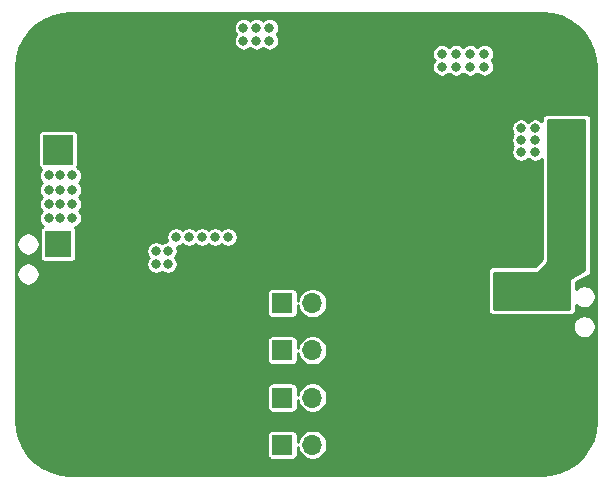
<source format=gbl>
G04 #@! TF.GenerationSoftware,KiCad,Pcbnew,(5.1.9)-1*
G04 #@! TF.CreationDate,2021-04-25T19:06:47+03:00*
G04 #@! TF.ProjectId,TPS5430_Board_Rev_1.0,54505335-3433-4305-9f42-6f6172645f52,rev?*
G04 #@! TF.SameCoordinates,Original*
G04 #@! TF.FileFunction,Copper,L2,Bot*
G04 #@! TF.FilePolarity,Positive*
%FSLAX46Y46*%
G04 Gerber Fmt 4.6, Leading zero omitted, Abs format (unit mm)*
G04 Created by KiCad (PCBNEW (5.1.9)-1) date 2021-04-25 19:06:47*
%MOMM*%
%LPD*%
G01*
G04 APERTURE LIST*
G04 #@! TA.AperFunction,ComponentPad*
%ADD10C,0.600000*%
G04 #@! TD*
G04 #@! TA.AperFunction,SMDPad,CuDef*
%ADD11R,2.950000X4.500000*%
G04 #@! TD*
G04 #@! TA.AperFunction,ComponentPad*
%ADD12R,2.500000X2.500000*%
G04 #@! TD*
G04 #@! TA.AperFunction,ComponentPad*
%ADD13O,1.700000X1.700000*%
G04 #@! TD*
G04 #@! TA.AperFunction,ComponentPad*
%ADD14R,1.700000X1.700000*%
G04 #@! TD*
G04 #@! TA.AperFunction,ComponentPad*
%ADD15C,2.200000*%
G04 #@! TD*
G04 #@! TA.AperFunction,ComponentPad*
%ADD16R,2.200000X2.200000*%
G04 #@! TD*
G04 #@! TA.AperFunction,ComponentPad*
%ADD17C,0.800000*%
G04 #@! TD*
G04 #@! TA.AperFunction,ComponentPad*
%ADD18C,6.400000*%
G04 #@! TD*
G04 #@! TA.AperFunction,ViaPad*
%ADD19C,0.800000*%
G04 #@! TD*
G04 #@! TA.AperFunction,Conductor*
%ADD20C,0.254000*%
G04 #@! TD*
G04 #@! TA.AperFunction,Conductor*
%ADD21C,0.100000*%
G04 #@! TD*
G04 APERTURE END LIST*
D10*
X91900000Y-119435000D03*
X91900000Y-118335000D03*
X90700000Y-118335000D03*
X90700000Y-119435000D03*
X91900000Y-115835000D03*
X91900000Y-117035000D03*
X90700000Y-117035000D03*
X90700000Y-115835000D03*
D11*
X91300000Y-117635000D03*
D12*
X64000000Y-112000000D03*
X71000000Y-135000000D03*
X98000000Y-135000000D03*
X107000000Y-111000000D03*
D13*
X85540000Y-137000000D03*
D14*
X83000000Y-137000000D03*
D13*
X85540000Y-133000000D03*
D14*
X83000000Y-133000000D03*
D13*
X85540000Y-129000000D03*
D14*
X83000000Y-129000000D03*
D15*
X64000000Y-122540000D03*
D16*
X64000000Y-120000000D03*
D13*
X85540000Y-125000000D03*
D14*
X83000000Y-125000000D03*
D15*
X106000000Y-124460000D03*
D16*
X106000000Y-127000000D03*
D17*
X66697056Y-133302944D03*
X65000000Y-132600000D03*
X63302944Y-133302944D03*
X62600000Y-135000000D03*
X63302944Y-136697056D03*
X65000000Y-137400000D03*
X66697056Y-136697056D03*
X67400000Y-135000000D03*
D18*
X65000000Y-135000000D03*
D17*
X106597056Y-103302944D03*
X104900000Y-102600000D03*
X103202944Y-103302944D03*
X102500000Y-105000000D03*
X103202944Y-106697056D03*
X104900000Y-107400000D03*
X106597056Y-106697056D03*
X107300000Y-105000000D03*
D18*
X104900000Y-105000000D03*
D17*
X106697056Y-133302944D03*
X105000000Y-132600000D03*
X103302944Y-133302944D03*
X102600000Y-135000000D03*
X103302944Y-136697056D03*
X105000000Y-137400000D03*
X106697056Y-136697056D03*
X107400000Y-135000000D03*
D18*
X105000000Y-135000000D03*
D17*
X66697056Y-103302944D03*
X65000000Y-102600000D03*
X63302944Y-103302944D03*
X62600000Y-105000000D03*
X63302944Y-106697056D03*
X65000000Y-107400000D03*
X66697056Y-106697056D03*
X67400000Y-105000000D03*
D18*
X65000000Y-105000000D03*
D19*
X75000000Y-131600000D03*
X99500000Y-120000000D03*
X103400000Y-120000000D03*
X98500000Y-120000000D03*
X102400000Y-120000000D03*
X86200000Y-109700000D03*
X86200000Y-108300000D03*
X85000000Y-108300000D03*
X85000000Y-109700000D03*
X83800000Y-109700000D03*
X83800000Y-108300000D03*
X106400000Y-129000000D03*
X106400000Y-130400000D03*
X105400000Y-130400000D03*
X105400000Y-129000000D03*
X104400000Y-129000000D03*
X104400000Y-130400000D03*
X63200000Y-124800000D03*
X64200000Y-124800000D03*
X65200000Y-124800000D03*
X65200000Y-125800000D03*
X64200000Y-125800000D03*
X63200000Y-125800000D03*
X63200000Y-126800000D03*
X64200000Y-126800000D03*
X65200000Y-126800000D03*
X95800000Y-121600000D03*
X95800000Y-122600000D03*
X95800000Y-123600000D03*
X95800000Y-124600000D03*
X95800000Y-125600000D03*
X95800000Y-126600000D03*
X95800000Y-127600000D03*
X95800000Y-128600000D03*
X104400000Y-110200000D03*
X104400000Y-111200000D03*
X104400000Y-112200000D03*
X103200000Y-110200000D03*
X103200000Y-111200000D03*
X103200000Y-112200000D03*
X104000000Y-123000000D03*
X104000000Y-124000000D03*
X104000000Y-125000000D03*
X103000000Y-125000000D03*
X103000000Y-124000000D03*
X103000000Y-123000000D03*
X102000000Y-125000000D03*
X102000000Y-124000000D03*
X102000000Y-123000000D03*
X79700000Y-101700000D03*
X80800000Y-101700000D03*
X81900000Y-101700000D03*
X81900000Y-102800000D03*
X80800000Y-102800000D03*
X79700000Y-102800000D03*
X96500000Y-105000000D03*
X96500000Y-103900000D03*
X97700000Y-103900000D03*
X97700000Y-105000000D03*
X98900000Y-105000000D03*
X98900000Y-103900000D03*
X100100000Y-103900000D03*
X100100000Y-105000000D03*
X63200000Y-117800000D03*
X64200000Y-117800000D03*
X65200000Y-117800000D03*
X63200000Y-116600000D03*
X64200000Y-116600000D03*
X65200000Y-116600000D03*
X63200000Y-114200000D03*
X64200000Y-114200000D03*
X65200000Y-114200000D03*
X65200000Y-115400000D03*
X64200000Y-115400000D03*
X63200000Y-115400000D03*
X78400000Y-119400000D03*
X77300000Y-119400000D03*
X76200000Y-119400000D03*
X75100000Y-119400000D03*
X74000000Y-119400000D03*
X73300000Y-121700000D03*
X72300000Y-121700000D03*
X72300000Y-120600000D03*
X73300000Y-120600000D03*
D20*
X105805065Y-100525647D02*
X106584678Y-100738925D01*
X107314201Y-101086889D01*
X107970584Y-101558548D01*
X108533065Y-102138983D01*
X108983868Y-102809851D01*
X109308749Y-103549949D01*
X109498269Y-104339355D01*
X109548000Y-105016572D01*
X109548001Y-134979854D01*
X109474353Y-135805066D01*
X109261075Y-136584678D01*
X108913108Y-137314205D01*
X108441452Y-137970584D01*
X107861017Y-138533065D01*
X107190149Y-138983869D01*
X106450054Y-139308748D01*
X105660647Y-139498269D01*
X104983429Y-139548000D01*
X65020135Y-139548000D01*
X64194934Y-139474353D01*
X63415322Y-139261075D01*
X62685795Y-138913108D01*
X62029416Y-138441452D01*
X61466935Y-137861017D01*
X61016131Y-137190149D01*
X60691252Y-136450054D01*
X60619215Y-136150000D01*
X81720934Y-136150000D01*
X81720934Y-137850000D01*
X81729178Y-137933707D01*
X81753595Y-138014196D01*
X81793245Y-138088376D01*
X81846605Y-138153395D01*
X81911624Y-138206755D01*
X81985804Y-138246405D01*
X82066293Y-138270822D01*
X82150000Y-138279066D01*
X83850000Y-138279066D01*
X83933707Y-138270822D01*
X84014196Y-138246405D01*
X84088376Y-138206755D01*
X84153395Y-138153395D01*
X84206755Y-138088376D01*
X84246405Y-138014196D01*
X84270822Y-137933707D01*
X84279066Y-137850000D01*
X84279066Y-137206544D01*
X84312074Y-137372487D01*
X84408337Y-137604886D01*
X84548089Y-137814040D01*
X84725960Y-137991911D01*
X84935114Y-138131663D01*
X85167513Y-138227926D01*
X85414226Y-138277000D01*
X85665774Y-138277000D01*
X85912487Y-138227926D01*
X86144886Y-138131663D01*
X86354040Y-137991911D01*
X86531911Y-137814040D01*
X86671663Y-137604886D01*
X86767926Y-137372487D01*
X86817000Y-137125774D01*
X86817000Y-136874226D01*
X86767926Y-136627513D01*
X86671663Y-136395114D01*
X86531911Y-136185960D01*
X86354040Y-136008089D01*
X86144886Y-135868337D01*
X85912487Y-135772074D01*
X85665774Y-135723000D01*
X85414226Y-135723000D01*
X85167513Y-135772074D01*
X84935114Y-135868337D01*
X84725960Y-136008089D01*
X84548089Y-136185960D01*
X84408337Y-136395114D01*
X84312074Y-136627513D01*
X84279066Y-136793456D01*
X84279066Y-136150000D01*
X84270822Y-136066293D01*
X84246405Y-135985804D01*
X84206755Y-135911624D01*
X84153395Y-135846605D01*
X84088376Y-135793245D01*
X84014196Y-135753595D01*
X83933707Y-135729178D01*
X83850000Y-135720934D01*
X82150000Y-135720934D01*
X82066293Y-135729178D01*
X81985804Y-135753595D01*
X81911624Y-135793245D01*
X81846605Y-135846605D01*
X81793245Y-135911624D01*
X81753595Y-135985804D01*
X81729178Y-136066293D01*
X81720934Y-136150000D01*
X60619215Y-136150000D01*
X60501731Y-135660647D01*
X60452000Y-134983429D01*
X60452000Y-132150000D01*
X81720934Y-132150000D01*
X81720934Y-133850000D01*
X81729178Y-133933707D01*
X81753595Y-134014196D01*
X81793245Y-134088376D01*
X81846605Y-134153395D01*
X81911624Y-134206755D01*
X81985804Y-134246405D01*
X82066293Y-134270822D01*
X82150000Y-134279066D01*
X83850000Y-134279066D01*
X83933707Y-134270822D01*
X84014196Y-134246405D01*
X84088376Y-134206755D01*
X84153395Y-134153395D01*
X84206755Y-134088376D01*
X84246405Y-134014196D01*
X84270822Y-133933707D01*
X84279066Y-133850000D01*
X84279066Y-133206544D01*
X84312074Y-133372487D01*
X84408337Y-133604886D01*
X84548089Y-133814040D01*
X84725960Y-133991911D01*
X84935114Y-134131663D01*
X85167513Y-134227926D01*
X85414226Y-134277000D01*
X85665774Y-134277000D01*
X85912487Y-134227926D01*
X86144886Y-134131663D01*
X86354040Y-133991911D01*
X86531911Y-133814040D01*
X86671663Y-133604886D01*
X86767926Y-133372487D01*
X86817000Y-133125774D01*
X86817000Y-132874226D01*
X86767926Y-132627513D01*
X86671663Y-132395114D01*
X86531911Y-132185960D01*
X86354040Y-132008089D01*
X86144886Y-131868337D01*
X85912487Y-131772074D01*
X85665774Y-131723000D01*
X85414226Y-131723000D01*
X85167513Y-131772074D01*
X84935114Y-131868337D01*
X84725960Y-132008089D01*
X84548089Y-132185960D01*
X84408337Y-132395114D01*
X84312074Y-132627513D01*
X84279066Y-132793456D01*
X84279066Y-132150000D01*
X84270822Y-132066293D01*
X84246405Y-131985804D01*
X84206755Y-131911624D01*
X84153395Y-131846605D01*
X84088376Y-131793245D01*
X84014196Y-131753595D01*
X83933707Y-131729178D01*
X83850000Y-131720934D01*
X82150000Y-131720934D01*
X82066293Y-131729178D01*
X81985804Y-131753595D01*
X81911624Y-131793245D01*
X81846605Y-131846605D01*
X81793245Y-131911624D01*
X81753595Y-131985804D01*
X81729178Y-132066293D01*
X81720934Y-132150000D01*
X60452000Y-132150000D01*
X60452000Y-128150000D01*
X81720934Y-128150000D01*
X81720934Y-129850000D01*
X81729178Y-129933707D01*
X81753595Y-130014196D01*
X81793245Y-130088376D01*
X81846605Y-130153395D01*
X81911624Y-130206755D01*
X81985804Y-130246405D01*
X82066293Y-130270822D01*
X82150000Y-130279066D01*
X83850000Y-130279066D01*
X83933707Y-130270822D01*
X84014196Y-130246405D01*
X84088376Y-130206755D01*
X84153395Y-130153395D01*
X84206755Y-130088376D01*
X84246405Y-130014196D01*
X84270822Y-129933707D01*
X84279066Y-129850000D01*
X84279066Y-129206544D01*
X84312074Y-129372487D01*
X84408337Y-129604886D01*
X84548089Y-129814040D01*
X84725960Y-129991911D01*
X84935114Y-130131663D01*
X85167513Y-130227926D01*
X85414226Y-130277000D01*
X85665774Y-130277000D01*
X85912487Y-130227926D01*
X86144886Y-130131663D01*
X86354040Y-129991911D01*
X86531911Y-129814040D01*
X86671663Y-129604886D01*
X86767926Y-129372487D01*
X86817000Y-129125774D01*
X86817000Y-128874226D01*
X86767926Y-128627513D01*
X86671663Y-128395114D01*
X86531911Y-128185960D01*
X86354040Y-128008089D01*
X86144886Y-127868337D01*
X85912487Y-127772074D01*
X85665774Y-127723000D01*
X85414226Y-127723000D01*
X85167513Y-127772074D01*
X84935114Y-127868337D01*
X84725960Y-128008089D01*
X84548089Y-128185960D01*
X84408337Y-128395114D01*
X84312074Y-128627513D01*
X84279066Y-128793456D01*
X84279066Y-128150000D01*
X84270822Y-128066293D01*
X84246405Y-127985804D01*
X84206755Y-127911624D01*
X84153395Y-127846605D01*
X84088376Y-127793245D01*
X84014196Y-127753595D01*
X83933707Y-127729178D01*
X83850000Y-127720934D01*
X82150000Y-127720934D01*
X82066293Y-127729178D01*
X81985804Y-127753595D01*
X81911624Y-127793245D01*
X81846605Y-127846605D01*
X81793245Y-127911624D01*
X81753595Y-127985804D01*
X81729178Y-128066293D01*
X81720934Y-128150000D01*
X60452000Y-128150000D01*
X60452000Y-126903774D01*
X107563000Y-126903774D01*
X107563000Y-127096226D01*
X107600546Y-127284980D01*
X107674194Y-127462783D01*
X107781115Y-127622801D01*
X107917199Y-127758885D01*
X108077217Y-127865806D01*
X108255020Y-127939454D01*
X108443774Y-127977000D01*
X108636226Y-127977000D01*
X108824980Y-127939454D01*
X109002783Y-127865806D01*
X109162801Y-127758885D01*
X109298885Y-127622801D01*
X109405806Y-127462783D01*
X109479454Y-127284980D01*
X109517000Y-127096226D01*
X109517000Y-126903774D01*
X109479454Y-126715020D01*
X109405806Y-126537217D01*
X109298885Y-126377199D01*
X109162801Y-126241115D01*
X109002783Y-126134194D01*
X108824980Y-126060546D01*
X108636226Y-126023000D01*
X108443774Y-126023000D01*
X108255020Y-126060546D01*
X108077217Y-126134194D01*
X107917199Y-126241115D01*
X107781115Y-126377199D01*
X107674194Y-126537217D01*
X107600546Y-126715020D01*
X107563000Y-126903774D01*
X60452000Y-126903774D01*
X60452000Y-124150000D01*
X81720934Y-124150000D01*
X81720934Y-125850000D01*
X81729178Y-125933707D01*
X81753595Y-126014196D01*
X81793245Y-126088376D01*
X81846605Y-126153395D01*
X81911624Y-126206755D01*
X81985804Y-126246405D01*
X82066293Y-126270822D01*
X82150000Y-126279066D01*
X83850000Y-126279066D01*
X83933707Y-126270822D01*
X84014196Y-126246405D01*
X84088376Y-126206755D01*
X84153395Y-126153395D01*
X84206755Y-126088376D01*
X84246405Y-126014196D01*
X84270822Y-125933707D01*
X84279066Y-125850000D01*
X84279066Y-125206544D01*
X84312074Y-125372487D01*
X84408337Y-125604886D01*
X84548089Y-125814040D01*
X84725960Y-125991911D01*
X84935114Y-126131663D01*
X85167513Y-126227926D01*
X85414226Y-126277000D01*
X85665774Y-126277000D01*
X85912487Y-126227926D01*
X86144886Y-126131663D01*
X86354040Y-125991911D01*
X86531911Y-125814040D01*
X86671663Y-125604886D01*
X86767926Y-125372487D01*
X86817000Y-125125774D01*
X86817000Y-124874226D01*
X86767926Y-124627513D01*
X86671663Y-124395114D01*
X86531911Y-124185960D01*
X86354040Y-124008089D01*
X86144886Y-123868337D01*
X85912487Y-123772074D01*
X85665774Y-123723000D01*
X85414226Y-123723000D01*
X85167513Y-123772074D01*
X84935114Y-123868337D01*
X84725960Y-124008089D01*
X84548089Y-124185960D01*
X84408337Y-124395114D01*
X84312074Y-124627513D01*
X84279066Y-124793456D01*
X84279066Y-124150000D01*
X84270822Y-124066293D01*
X84246405Y-123985804D01*
X84206755Y-123911624D01*
X84153395Y-123846605D01*
X84088376Y-123793245D01*
X84014196Y-123753595D01*
X83933707Y-123729178D01*
X83850000Y-123720934D01*
X82150000Y-123720934D01*
X82066293Y-123729178D01*
X81985804Y-123753595D01*
X81911624Y-123793245D01*
X81846605Y-123846605D01*
X81793245Y-123911624D01*
X81753595Y-123985804D01*
X81729178Y-124066293D01*
X81720934Y-124150000D01*
X60452000Y-124150000D01*
X60452000Y-122443774D01*
X60483000Y-122443774D01*
X60483000Y-122636226D01*
X60520546Y-122824980D01*
X60594194Y-123002783D01*
X60701115Y-123162801D01*
X60837199Y-123298885D01*
X60997217Y-123405806D01*
X61175020Y-123479454D01*
X61363774Y-123517000D01*
X61556226Y-123517000D01*
X61744980Y-123479454D01*
X61922783Y-123405806D01*
X62082801Y-123298885D01*
X62218885Y-123162801D01*
X62325806Y-123002783D01*
X62399454Y-122824980D01*
X62437000Y-122636226D01*
X62437000Y-122443774D01*
X62399454Y-122255020D01*
X62325806Y-122077217D01*
X62218885Y-121917199D01*
X62082801Y-121781115D01*
X61922783Y-121674194D01*
X61744980Y-121600546D01*
X61556226Y-121563000D01*
X61363774Y-121563000D01*
X61175020Y-121600546D01*
X60997217Y-121674194D01*
X60837199Y-121781115D01*
X60701115Y-121917199D01*
X60594194Y-122077217D01*
X60520546Y-122255020D01*
X60483000Y-122443774D01*
X60452000Y-122443774D01*
X60452000Y-119903774D01*
X60483000Y-119903774D01*
X60483000Y-120096226D01*
X60520546Y-120284980D01*
X60594194Y-120462783D01*
X60701115Y-120622801D01*
X60837199Y-120758885D01*
X60997217Y-120865806D01*
X61175020Y-120939454D01*
X61363774Y-120977000D01*
X61556226Y-120977000D01*
X61744980Y-120939454D01*
X61922783Y-120865806D01*
X62082801Y-120758885D01*
X62218885Y-120622801D01*
X62325806Y-120462783D01*
X62399454Y-120284980D01*
X62437000Y-120096226D01*
X62437000Y-119903774D01*
X62399454Y-119715020D01*
X62325806Y-119537217D01*
X62218885Y-119377199D01*
X62082801Y-119241115D01*
X61922783Y-119134194D01*
X61744980Y-119060546D01*
X61556226Y-119023000D01*
X61363774Y-119023000D01*
X61175020Y-119060546D01*
X60997217Y-119134194D01*
X60837199Y-119241115D01*
X60701115Y-119377199D01*
X60594194Y-119537217D01*
X60520546Y-119715020D01*
X60483000Y-119903774D01*
X60452000Y-119903774D01*
X60452000Y-110750000D01*
X62320934Y-110750000D01*
X62320934Y-113250000D01*
X62329178Y-113333707D01*
X62353595Y-113414196D01*
X62393245Y-113488376D01*
X62446605Y-113553395D01*
X62511624Y-113606755D01*
X62584656Y-113645791D01*
X62557628Y-113672819D01*
X62467123Y-113808269D01*
X62404782Y-113958773D01*
X62373000Y-114118548D01*
X62373000Y-114281452D01*
X62404782Y-114441227D01*
X62467123Y-114591731D01*
X62557628Y-114727181D01*
X62630447Y-114800000D01*
X62557628Y-114872819D01*
X62467123Y-115008269D01*
X62404782Y-115158773D01*
X62373000Y-115318548D01*
X62373000Y-115481452D01*
X62404782Y-115641227D01*
X62467123Y-115791731D01*
X62557628Y-115927181D01*
X62630447Y-116000000D01*
X62557628Y-116072819D01*
X62467123Y-116208269D01*
X62404782Y-116358773D01*
X62373000Y-116518548D01*
X62373000Y-116681452D01*
X62404782Y-116841227D01*
X62467123Y-116991731D01*
X62557628Y-117127181D01*
X62630447Y-117200000D01*
X62557628Y-117272819D01*
X62467123Y-117408269D01*
X62404782Y-117558773D01*
X62373000Y-117718548D01*
X62373000Y-117881452D01*
X62404782Y-118041227D01*
X62467123Y-118191731D01*
X62557628Y-118327181D01*
X62672819Y-118442372D01*
X62755502Y-118497619D01*
X62735804Y-118503595D01*
X62661624Y-118543245D01*
X62596605Y-118596605D01*
X62543245Y-118661624D01*
X62503595Y-118735804D01*
X62479178Y-118816293D01*
X62470934Y-118900000D01*
X62470934Y-121100000D01*
X62479178Y-121183707D01*
X62503595Y-121264196D01*
X62543245Y-121338376D01*
X62596605Y-121403395D01*
X62661624Y-121456755D01*
X62735804Y-121496405D01*
X62816293Y-121520822D01*
X62900000Y-121529066D01*
X65100000Y-121529066D01*
X65183707Y-121520822D01*
X65264196Y-121496405D01*
X65338376Y-121456755D01*
X65403395Y-121403395D01*
X65456755Y-121338376D01*
X65496405Y-121264196D01*
X65520822Y-121183707D01*
X65529066Y-121100000D01*
X65529066Y-120518548D01*
X71473000Y-120518548D01*
X71473000Y-120681452D01*
X71504782Y-120841227D01*
X71567123Y-120991731D01*
X71657628Y-121127181D01*
X71680447Y-121150000D01*
X71657628Y-121172819D01*
X71567123Y-121308269D01*
X71504782Y-121458773D01*
X71473000Y-121618548D01*
X71473000Y-121781452D01*
X71504782Y-121941227D01*
X71567123Y-122091731D01*
X71657628Y-122227181D01*
X71772819Y-122342372D01*
X71908269Y-122432877D01*
X72058773Y-122495218D01*
X72218548Y-122527000D01*
X72381452Y-122527000D01*
X72541227Y-122495218D01*
X72691731Y-122432877D01*
X72800000Y-122360534D01*
X72908269Y-122432877D01*
X73058773Y-122495218D01*
X73218548Y-122527000D01*
X73381452Y-122527000D01*
X73541227Y-122495218D01*
X73691731Y-122432877D01*
X73827181Y-122342372D01*
X73869553Y-122300000D01*
X100373000Y-122300000D01*
X100373000Y-125600000D01*
X100381205Y-125683304D01*
X100405503Y-125763406D01*
X100444962Y-125837228D01*
X100498065Y-125901935D01*
X100562772Y-125955038D01*
X100636594Y-125994497D01*
X100716696Y-126018795D01*
X100800000Y-126027000D01*
X107400000Y-126027000D01*
X107483304Y-126018795D01*
X107563406Y-125994497D01*
X107637228Y-125955038D01*
X107701935Y-125901935D01*
X107755038Y-125837228D01*
X107794497Y-125763406D01*
X107818795Y-125683304D01*
X107827000Y-125600000D01*
X107827000Y-125128686D01*
X107917199Y-125218885D01*
X108077217Y-125325806D01*
X108255020Y-125399454D01*
X108443774Y-125437000D01*
X108636226Y-125437000D01*
X108824980Y-125399454D01*
X109002783Y-125325806D01*
X109162801Y-125218885D01*
X109298885Y-125082801D01*
X109405806Y-124922783D01*
X109479454Y-124744980D01*
X109517000Y-124556226D01*
X109517000Y-124363774D01*
X109479454Y-124175020D01*
X109405806Y-123997217D01*
X109298885Y-123837199D01*
X109162801Y-123701115D01*
X109002783Y-123594194D01*
X108824980Y-123520546D01*
X108636226Y-123483000D01*
X108443774Y-123483000D01*
X108255020Y-123520546D01*
X108077217Y-123594194D01*
X107917199Y-123701115D01*
X107827000Y-123791314D01*
X107827000Y-123255045D01*
X108902441Y-122675961D01*
X109001935Y-122601935D01*
X109055038Y-122537228D01*
X109094497Y-122463406D01*
X109118795Y-122383304D01*
X109127000Y-122300000D01*
X109127000Y-109400000D01*
X109118795Y-109316696D01*
X109094497Y-109236594D01*
X109055038Y-109162772D01*
X109001935Y-109098065D01*
X108937228Y-109044962D01*
X108863406Y-109005503D01*
X108783304Y-108981205D01*
X108700000Y-108973000D01*
X105400000Y-108973000D01*
X105316696Y-108981205D01*
X105236594Y-109005503D01*
X105162772Y-109044962D01*
X105098065Y-109098065D01*
X105044962Y-109162772D01*
X105005503Y-109236594D01*
X104981205Y-109316696D01*
X104973000Y-109400000D01*
X104973000Y-109603447D01*
X104927181Y-109557628D01*
X104791731Y-109467123D01*
X104641227Y-109404782D01*
X104481452Y-109373000D01*
X104318548Y-109373000D01*
X104158773Y-109404782D01*
X104008269Y-109467123D01*
X103872819Y-109557628D01*
X103800000Y-109630447D01*
X103727181Y-109557628D01*
X103591731Y-109467123D01*
X103441227Y-109404782D01*
X103281452Y-109373000D01*
X103118548Y-109373000D01*
X102958773Y-109404782D01*
X102808269Y-109467123D01*
X102672819Y-109557628D01*
X102557628Y-109672819D01*
X102467123Y-109808269D01*
X102404782Y-109958773D01*
X102373000Y-110118548D01*
X102373000Y-110281452D01*
X102404782Y-110441227D01*
X102467123Y-110591731D01*
X102539466Y-110700000D01*
X102467123Y-110808269D01*
X102404782Y-110958773D01*
X102373000Y-111118548D01*
X102373000Y-111281452D01*
X102404782Y-111441227D01*
X102467123Y-111591731D01*
X102539466Y-111700000D01*
X102467123Y-111808269D01*
X102404782Y-111958773D01*
X102373000Y-112118548D01*
X102373000Y-112281452D01*
X102404782Y-112441227D01*
X102467123Y-112591731D01*
X102557628Y-112727181D01*
X102672819Y-112842372D01*
X102808269Y-112932877D01*
X102958773Y-112995218D01*
X103118548Y-113027000D01*
X103281452Y-113027000D01*
X103441227Y-112995218D01*
X103591731Y-112932877D01*
X103727181Y-112842372D01*
X103800000Y-112769553D01*
X103872819Y-112842372D01*
X104008269Y-112932877D01*
X104158773Y-112995218D01*
X104318548Y-113027000D01*
X104481452Y-113027000D01*
X104641227Y-112995218D01*
X104791731Y-112932877D01*
X104927181Y-112842372D01*
X104973000Y-112796553D01*
X104973000Y-121237655D01*
X104408249Y-121873000D01*
X100800000Y-121873000D01*
X100716696Y-121881205D01*
X100636594Y-121905503D01*
X100562772Y-121944962D01*
X100498065Y-121998065D01*
X100444962Y-122062772D01*
X100405503Y-122136594D01*
X100381205Y-122216696D01*
X100373000Y-122300000D01*
X73869553Y-122300000D01*
X73942372Y-122227181D01*
X74032877Y-122091731D01*
X74095218Y-121941227D01*
X74127000Y-121781452D01*
X74127000Y-121618548D01*
X74095218Y-121458773D01*
X74032877Y-121308269D01*
X73942372Y-121172819D01*
X73919553Y-121150000D01*
X73942372Y-121127181D01*
X74032877Y-120991731D01*
X74095218Y-120841227D01*
X74127000Y-120681452D01*
X74127000Y-120518548D01*
X74095218Y-120358773D01*
X74040636Y-120227000D01*
X74081452Y-120227000D01*
X74241227Y-120195218D01*
X74391731Y-120132877D01*
X74527181Y-120042372D01*
X74550000Y-120019553D01*
X74572819Y-120042372D01*
X74708269Y-120132877D01*
X74858773Y-120195218D01*
X75018548Y-120227000D01*
X75181452Y-120227000D01*
X75341227Y-120195218D01*
X75491731Y-120132877D01*
X75627181Y-120042372D01*
X75650000Y-120019553D01*
X75672819Y-120042372D01*
X75808269Y-120132877D01*
X75958773Y-120195218D01*
X76118548Y-120227000D01*
X76281452Y-120227000D01*
X76441227Y-120195218D01*
X76591731Y-120132877D01*
X76727181Y-120042372D01*
X76750000Y-120019553D01*
X76772819Y-120042372D01*
X76908269Y-120132877D01*
X77058773Y-120195218D01*
X77218548Y-120227000D01*
X77381452Y-120227000D01*
X77541227Y-120195218D01*
X77691731Y-120132877D01*
X77827181Y-120042372D01*
X77850000Y-120019553D01*
X77872819Y-120042372D01*
X78008269Y-120132877D01*
X78158773Y-120195218D01*
X78318548Y-120227000D01*
X78481452Y-120227000D01*
X78641227Y-120195218D01*
X78791731Y-120132877D01*
X78927181Y-120042372D01*
X79042372Y-119927181D01*
X79132877Y-119791731D01*
X79195218Y-119641227D01*
X79227000Y-119481452D01*
X79227000Y-119318548D01*
X79195218Y-119158773D01*
X79132877Y-119008269D01*
X79042372Y-118872819D01*
X78927181Y-118757628D01*
X78791731Y-118667123D01*
X78641227Y-118604782D01*
X78481452Y-118573000D01*
X78318548Y-118573000D01*
X78158773Y-118604782D01*
X78008269Y-118667123D01*
X77872819Y-118757628D01*
X77850000Y-118780447D01*
X77827181Y-118757628D01*
X77691731Y-118667123D01*
X77541227Y-118604782D01*
X77381452Y-118573000D01*
X77218548Y-118573000D01*
X77058773Y-118604782D01*
X76908269Y-118667123D01*
X76772819Y-118757628D01*
X76750000Y-118780447D01*
X76727181Y-118757628D01*
X76591731Y-118667123D01*
X76441227Y-118604782D01*
X76281452Y-118573000D01*
X76118548Y-118573000D01*
X75958773Y-118604782D01*
X75808269Y-118667123D01*
X75672819Y-118757628D01*
X75650000Y-118780447D01*
X75627181Y-118757628D01*
X75491731Y-118667123D01*
X75341227Y-118604782D01*
X75181452Y-118573000D01*
X75018548Y-118573000D01*
X74858773Y-118604782D01*
X74708269Y-118667123D01*
X74572819Y-118757628D01*
X74550000Y-118780447D01*
X74527181Y-118757628D01*
X74391731Y-118667123D01*
X74241227Y-118604782D01*
X74081452Y-118573000D01*
X73918548Y-118573000D01*
X73758773Y-118604782D01*
X73608269Y-118667123D01*
X73472819Y-118757628D01*
X73357628Y-118872819D01*
X73267123Y-119008269D01*
X73204782Y-119158773D01*
X73173000Y-119318548D01*
X73173000Y-119481452D01*
X73204782Y-119641227D01*
X73259364Y-119773000D01*
X73218548Y-119773000D01*
X73058773Y-119804782D01*
X72908269Y-119867123D01*
X72800000Y-119939466D01*
X72691731Y-119867123D01*
X72541227Y-119804782D01*
X72381452Y-119773000D01*
X72218548Y-119773000D01*
X72058773Y-119804782D01*
X71908269Y-119867123D01*
X71772819Y-119957628D01*
X71657628Y-120072819D01*
X71567123Y-120208269D01*
X71504782Y-120358773D01*
X71473000Y-120518548D01*
X65529066Y-120518548D01*
X65529066Y-118900000D01*
X65520822Y-118816293D01*
X65496405Y-118735804D01*
X65456755Y-118661624D01*
X65407726Y-118601882D01*
X65441227Y-118595218D01*
X65591731Y-118532877D01*
X65727181Y-118442372D01*
X65842372Y-118327181D01*
X65932877Y-118191731D01*
X65995218Y-118041227D01*
X66027000Y-117881452D01*
X66027000Y-117718548D01*
X65995218Y-117558773D01*
X65932877Y-117408269D01*
X65842372Y-117272819D01*
X65769553Y-117200000D01*
X65842372Y-117127181D01*
X65932877Y-116991731D01*
X65995218Y-116841227D01*
X66027000Y-116681452D01*
X66027000Y-116518548D01*
X65995218Y-116358773D01*
X65932877Y-116208269D01*
X65842372Y-116072819D01*
X65769553Y-116000000D01*
X65842372Y-115927181D01*
X65932877Y-115791731D01*
X65995218Y-115641227D01*
X66027000Y-115481452D01*
X66027000Y-115318548D01*
X65995218Y-115158773D01*
X65932877Y-115008269D01*
X65842372Y-114872819D01*
X65769553Y-114800000D01*
X65842372Y-114727181D01*
X65932877Y-114591731D01*
X65995218Y-114441227D01*
X66027000Y-114281452D01*
X66027000Y-114118548D01*
X65995218Y-113958773D01*
X65932877Y-113808269D01*
X65842372Y-113672819D01*
X65727181Y-113557628D01*
X65611172Y-113480113D01*
X65646405Y-113414196D01*
X65670822Y-113333707D01*
X65679066Y-113250000D01*
X65679066Y-110750000D01*
X65670822Y-110666293D01*
X65646405Y-110585804D01*
X65606755Y-110511624D01*
X65553395Y-110446605D01*
X65488376Y-110393245D01*
X65414196Y-110353595D01*
X65333707Y-110329178D01*
X65250000Y-110320934D01*
X62750000Y-110320934D01*
X62666293Y-110329178D01*
X62585804Y-110353595D01*
X62511624Y-110393245D01*
X62446605Y-110446605D01*
X62393245Y-110511624D01*
X62353595Y-110585804D01*
X62329178Y-110666293D01*
X62320934Y-110750000D01*
X60452000Y-110750000D01*
X60452000Y-105020135D01*
X60525647Y-104194935D01*
X60628614Y-103818548D01*
X95673000Y-103818548D01*
X95673000Y-103981452D01*
X95704782Y-104141227D01*
X95767123Y-104291731D01*
X95857628Y-104427181D01*
X95880447Y-104450000D01*
X95857628Y-104472819D01*
X95767123Y-104608269D01*
X95704782Y-104758773D01*
X95673000Y-104918548D01*
X95673000Y-105081452D01*
X95704782Y-105241227D01*
X95767123Y-105391731D01*
X95857628Y-105527181D01*
X95972819Y-105642372D01*
X96108269Y-105732877D01*
X96258773Y-105795218D01*
X96418548Y-105827000D01*
X96581452Y-105827000D01*
X96741227Y-105795218D01*
X96891731Y-105732877D01*
X97027181Y-105642372D01*
X97100000Y-105569553D01*
X97172819Y-105642372D01*
X97308269Y-105732877D01*
X97458773Y-105795218D01*
X97618548Y-105827000D01*
X97781452Y-105827000D01*
X97941227Y-105795218D01*
X98091731Y-105732877D01*
X98227181Y-105642372D01*
X98300000Y-105569553D01*
X98372819Y-105642372D01*
X98508269Y-105732877D01*
X98658773Y-105795218D01*
X98818548Y-105827000D01*
X98981452Y-105827000D01*
X99141227Y-105795218D01*
X99291731Y-105732877D01*
X99427181Y-105642372D01*
X99500000Y-105569553D01*
X99572819Y-105642372D01*
X99708269Y-105732877D01*
X99858773Y-105795218D01*
X100018548Y-105827000D01*
X100181452Y-105827000D01*
X100341227Y-105795218D01*
X100491731Y-105732877D01*
X100627181Y-105642372D01*
X100742372Y-105527181D01*
X100832877Y-105391731D01*
X100895218Y-105241227D01*
X100927000Y-105081452D01*
X100927000Y-104918548D01*
X100895218Y-104758773D01*
X100832877Y-104608269D01*
X100742372Y-104472819D01*
X100719553Y-104450000D01*
X100742372Y-104427181D01*
X100832877Y-104291731D01*
X100895218Y-104141227D01*
X100927000Y-103981452D01*
X100927000Y-103818548D01*
X100895218Y-103658773D01*
X100832877Y-103508269D01*
X100742372Y-103372819D01*
X100627181Y-103257628D01*
X100491731Y-103167123D01*
X100341227Y-103104782D01*
X100181452Y-103073000D01*
X100018548Y-103073000D01*
X99858773Y-103104782D01*
X99708269Y-103167123D01*
X99572819Y-103257628D01*
X99500000Y-103330447D01*
X99427181Y-103257628D01*
X99291731Y-103167123D01*
X99141227Y-103104782D01*
X98981452Y-103073000D01*
X98818548Y-103073000D01*
X98658773Y-103104782D01*
X98508269Y-103167123D01*
X98372819Y-103257628D01*
X98300000Y-103330447D01*
X98227181Y-103257628D01*
X98091731Y-103167123D01*
X97941227Y-103104782D01*
X97781452Y-103073000D01*
X97618548Y-103073000D01*
X97458773Y-103104782D01*
X97308269Y-103167123D01*
X97172819Y-103257628D01*
X97100000Y-103330447D01*
X97027181Y-103257628D01*
X96891731Y-103167123D01*
X96741227Y-103104782D01*
X96581452Y-103073000D01*
X96418548Y-103073000D01*
X96258773Y-103104782D01*
X96108269Y-103167123D01*
X95972819Y-103257628D01*
X95857628Y-103372819D01*
X95767123Y-103508269D01*
X95704782Y-103658773D01*
X95673000Y-103818548D01*
X60628614Y-103818548D01*
X60738925Y-103415322D01*
X61086889Y-102685799D01*
X61558548Y-102029416D01*
X61982530Y-101618548D01*
X78873000Y-101618548D01*
X78873000Y-101781452D01*
X78904782Y-101941227D01*
X78967123Y-102091731D01*
X79057628Y-102227181D01*
X79080447Y-102250000D01*
X79057628Y-102272819D01*
X78967123Y-102408269D01*
X78904782Y-102558773D01*
X78873000Y-102718548D01*
X78873000Y-102881452D01*
X78904782Y-103041227D01*
X78967123Y-103191731D01*
X79057628Y-103327181D01*
X79172819Y-103442372D01*
X79308269Y-103532877D01*
X79458773Y-103595218D01*
X79618548Y-103627000D01*
X79781452Y-103627000D01*
X79941227Y-103595218D01*
X80091731Y-103532877D01*
X80227181Y-103442372D01*
X80250000Y-103419553D01*
X80272819Y-103442372D01*
X80408269Y-103532877D01*
X80558773Y-103595218D01*
X80718548Y-103627000D01*
X80881452Y-103627000D01*
X81041227Y-103595218D01*
X81191731Y-103532877D01*
X81327181Y-103442372D01*
X81350000Y-103419553D01*
X81372819Y-103442372D01*
X81508269Y-103532877D01*
X81658773Y-103595218D01*
X81818548Y-103627000D01*
X81981452Y-103627000D01*
X82141227Y-103595218D01*
X82291731Y-103532877D01*
X82427181Y-103442372D01*
X82542372Y-103327181D01*
X82632877Y-103191731D01*
X82695218Y-103041227D01*
X82727000Y-102881452D01*
X82727000Y-102718548D01*
X82695218Y-102558773D01*
X82632877Y-102408269D01*
X82542372Y-102272819D01*
X82519553Y-102250000D01*
X82542372Y-102227181D01*
X82632877Y-102091731D01*
X82695218Y-101941227D01*
X82727000Y-101781452D01*
X82727000Y-101618548D01*
X82695218Y-101458773D01*
X82632877Y-101308269D01*
X82542372Y-101172819D01*
X82427181Y-101057628D01*
X82291731Y-100967123D01*
X82141227Y-100904782D01*
X81981452Y-100873000D01*
X81818548Y-100873000D01*
X81658773Y-100904782D01*
X81508269Y-100967123D01*
X81372819Y-101057628D01*
X81350000Y-101080447D01*
X81327181Y-101057628D01*
X81191731Y-100967123D01*
X81041227Y-100904782D01*
X80881452Y-100873000D01*
X80718548Y-100873000D01*
X80558773Y-100904782D01*
X80408269Y-100967123D01*
X80272819Y-101057628D01*
X80250000Y-101080447D01*
X80227181Y-101057628D01*
X80091731Y-100967123D01*
X79941227Y-100904782D01*
X79781452Y-100873000D01*
X79618548Y-100873000D01*
X79458773Y-100904782D01*
X79308269Y-100967123D01*
X79172819Y-101057628D01*
X79057628Y-101172819D01*
X78967123Y-101308269D01*
X78904782Y-101458773D01*
X78873000Y-101618548D01*
X61982530Y-101618548D01*
X62138983Y-101466935D01*
X62809851Y-101016132D01*
X63549949Y-100691251D01*
X64339355Y-100501731D01*
X65016572Y-100452000D01*
X104979865Y-100452000D01*
X105805065Y-100525647D01*
G04 #@! TA.AperFunction,Conductor*
D21*
G36*
X105805065Y-100525647D02*
G01*
X106584678Y-100738925D01*
X107314201Y-101086889D01*
X107970584Y-101558548D01*
X108533065Y-102138983D01*
X108983868Y-102809851D01*
X109308749Y-103549949D01*
X109498269Y-104339355D01*
X109548000Y-105016572D01*
X109548001Y-134979854D01*
X109474353Y-135805066D01*
X109261075Y-136584678D01*
X108913108Y-137314205D01*
X108441452Y-137970584D01*
X107861017Y-138533065D01*
X107190149Y-138983869D01*
X106450054Y-139308748D01*
X105660647Y-139498269D01*
X104983429Y-139548000D01*
X65020135Y-139548000D01*
X64194934Y-139474353D01*
X63415322Y-139261075D01*
X62685795Y-138913108D01*
X62029416Y-138441452D01*
X61466935Y-137861017D01*
X61016131Y-137190149D01*
X60691252Y-136450054D01*
X60619215Y-136150000D01*
X81720934Y-136150000D01*
X81720934Y-137850000D01*
X81729178Y-137933707D01*
X81753595Y-138014196D01*
X81793245Y-138088376D01*
X81846605Y-138153395D01*
X81911624Y-138206755D01*
X81985804Y-138246405D01*
X82066293Y-138270822D01*
X82150000Y-138279066D01*
X83850000Y-138279066D01*
X83933707Y-138270822D01*
X84014196Y-138246405D01*
X84088376Y-138206755D01*
X84153395Y-138153395D01*
X84206755Y-138088376D01*
X84246405Y-138014196D01*
X84270822Y-137933707D01*
X84279066Y-137850000D01*
X84279066Y-137206544D01*
X84312074Y-137372487D01*
X84408337Y-137604886D01*
X84548089Y-137814040D01*
X84725960Y-137991911D01*
X84935114Y-138131663D01*
X85167513Y-138227926D01*
X85414226Y-138277000D01*
X85665774Y-138277000D01*
X85912487Y-138227926D01*
X86144886Y-138131663D01*
X86354040Y-137991911D01*
X86531911Y-137814040D01*
X86671663Y-137604886D01*
X86767926Y-137372487D01*
X86817000Y-137125774D01*
X86817000Y-136874226D01*
X86767926Y-136627513D01*
X86671663Y-136395114D01*
X86531911Y-136185960D01*
X86354040Y-136008089D01*
X86144886Y-135868337D01*
X85912487Y-135772074D01*
X85665774Y-135723000D01*
X85414226Y-135723000D01*
X85167513Y-135772074D01*
X84935114Y-135868337D01*
X84725960Y-136008089D01*
X84548089Y-136185960D01*
X84408337Y-136395114D01*
X84312074Y-136627513D01*
X84279066Y-136793456D01*
X84279066Y-136150000D01*
X84270822Y-136066293D01*
X84246405Y-135985804D01*
X84206755Y-135911624D01*
X84153395Y-135846605D01*
X84088376Y-135793245D01*
X84014196Y-135753595D01*
X83933707Y-135729178D01*
X83850000Y-135720934D01*
X82150000Y-135720934D01*
X82066293Y-135729178D01*
X81985804Y-135753595D01*
X81911624Y-135793245D01*
X81846605Y-135846605D01*
X81793245Y-135911624D01*
X81753595Y-135985804D01*
X81729178Y-136066293D01*
X81720934Y-136150000D01*
X60619215Y-136150000D01*
X60501731Y-135660647D01*
X60452000Y-134983429D01*
X60452000Y-132150000D01*
X81720934Y-132150000D01*
X81720934Y-133850000D01*
X81729178Y-133933707D01*
X81753595Y-134014196D01*
X81793245Y-134088376D01*
X81846605Y-134153395D01*
X81911624Y-134206755D01*
X81985804Y-134246405D01*
X82066293Y-134270822D01*
X82150000Y-134279066D01*
X83850000Y-134279066D01*
X83933707Y-134270822D01*
X84014196Y-134246405D01*
X84088376Y-134206755D01*
X84153395Y-134153395D01*
X84206755Y-134088376D01*
X84246405Y-134014196D01*
X84270822Y-133933707D01*
X84279066Y-133850000D01*
X84279066Y-133206544D01*
X84312074Y-133372487D01*
X84408337Y-133604886D01*
X84548089Y-133814040D01*
X84725960Y-133991911D01*
X84935114Y-134131663D01*
X85167513Y-134227926D01*
X85414226Y-134277000D01*
X85665774Y-134277000D01*
X85912487Y-134227926D01*
X86144886Y-134131663D01*
X86354040Y-133991911D01*
X86531911Y-133814040D01*
X86671663Y-133604886D01*
X86767926Y-133372487D01*
X86817000Y-133125774D01*
X86817000Y-132874226D01*
X86767926Y-132627513D01*
X86671663Y-132395114D01*
X86531911Y-132185960D01*
X86354040Y-132008089D01*
X86144886Y-131868337D01*
X85912487Y-131772074D01*
X85665774Y-131723000D01*
X85414226Y-131723000D01*
X85167513Y-131772074D01*
X84935114Y-131868337D01*
X84725960Y-132008089D01*
X84548089Y-132185960D01*
X84408337Y-132395114D01*
X84312074Y-132627513D01*
X84279066Y-132793456D01*
X84279066Y-132150000D01*
X84270822Y-132066293D01*
X84246405Y-131985804D01*
X84206755Y-131911624D01*
X84153395Y-131846605D01*
X84088376Y-131793245D01*
X84014196Y-131753595D01*
X83933707Y-131729178D01*
X83850000Y-131720934D01*
X82150000Y-131720934D01*
X82066293Y-131729178D01*
X81985804Y-131753595D01*
X81911624Y-131793245D01*
X81846605Y-131846605D01*
X81793245Y-131911624D01*
X81753595Y-131985804D01*
X81729178Y-132066293D01*
X81720934Y-132150000D01*
X60452000Y-132150000D01*
X60452000Y-128150000D01*
X81720934Y-128150000D01*
X81720934Y-129850000D01*
X81729178Y-129933707D01*
X81753595Y-130014196D01*
X81793245Y-130088376D01*
X81846605Y-130153395D01*
X81911624Y-130206755D01*
X81985804Y-130246405D01*
X82066293Y-130270822D01*
X82150000Y-130279066D01*
X83850000Y-130279066D01*
X83933707Y-130270822D01*
X84014196Y-130246405D01*
X84088376Y-130206755D01*
X84153395Y-130153395D01*
X84206755Y-130088376D01*
X84246405Y-130014196D01*
X84270822Y-129933707D01*
X84279066Y-129850000D01*
X84279066Y-129206544D01*
X84312074Y-129372487D01*
X84408337Y-129604886D01*
X84548089Y-129814040D01*
X84725960Y-129991911D01*
X84935114Y-130131663D01*
X85167513Y-130227926D01*
X85414226Y-130277000D01*
X85665774Y-130277000D01*
X85912487Y-130227926D01*
X86144886Y-130131663D01*
X86354040Y-129991911D01*
X86531911Y-129814040D01*
X86671663Y-129604886D01*
X86767926Y-129372487D01*
X86817000Y-129125774D01*
X86817000Y-128874226D01*
X86767926Y-128627513D01*
X86671663Y-128395114D01*
X86531911Y-128185960D01*
X86354040Y-128008089D01*
X86144886Y-127868337D01*
X85912487Y-127772074D01*
X85665774Y-127723000D01*
X85414226Y-127723000D01*
X85167513Y-127772074D01*
X84935114Y-127868337D01*
X84725960Y-128008089D01*
X84548089Y-128185960D01*
X84408337Y-128395114D01*
X84312074Y-128627513D01*
X84279066Y-128793456D01*
X84279066Y-128150000D01*
X84270822Y-128066293D01*
X84246405Y-127985804D01*
X84206755Y-127911624D01*
X84153395Y-127846605D01*
X84088376Y-127793245D01*
X84014196Y-127753595D01*
X83933707Y-127729178D01*
X83850000Y-127720934D01*
X82150000Y-127720934D01*
X82066293Y-127729178D01*
X81985804Y-127753595D01*
X81911624Y-127793245D01*
X81846605Y-127846605D01*
X81793245Y-127911624D01*
X81753595Y-127985804D01*
X81729178Y-128066293D01*
X81720934Y-128150000D01*
X60452000Y-128150000D01*
X60452000Y-126903774D01*
X107563000Y-126903774D01*
X107563000Y-127096226D01*
X107600546Y-127284980D01*
X107674194Y-127462783D01*
X107781115Y-127622801D01*
X107917199Y-127758885D01*
X108077217Y-127865806D01*
X108255020Y-127939454D01*
X108443774Y-127977000D01*
X108636226Y-127977000D01*
X108824980Y-127939454D01*
X109002783Y-127865806D01*
X109162801Y-127758885D01*
X109298885Y-127622801D01*
X109405806Y-127462783D01*
X109479454Y-127284980D01*
X109517000Y-127096226D01*
X109517000Y-126903774D01*
X109479454Y-126715020D01*
X109405806Y-126537217D01*
X109298885Y-126377199D01*
X109162801Y-126241115D01*
X109002783Y-126134194D01*
X108824980Y-126060546D01*
X108636226Y-126023000D01*
X108443774Y-126023000D01*
X108255020Y-126060546D01*
X108077217Y-126134194D01*
X107917199Y-126241115D01*
X107781115Y-126377199D01*
X107674194Y-126537217D01*
X107600546Y-126715020D01*
X107563000Y-126903774D01*
X60452000Y-126903774D01*
X60452000Y-124150000D01*
X81720934Y-124150000D01*
X81720934Y-125850000D01*
X81729178Y-125933707D01*
X81753595Y-126014196D01*
X81793245Y-126088376D01*
X81846605Y-126153395D01*
X81911624Y-126206755D01*
X81985804Y-126246405D01*
X82066293Y-126270822D01*
X82150000Y-126279066D01*
X83850000Y-126279066D01*
X83933707Y-126270822D01*
X84014196Y-126246405D01*
X84088376Y-126206755D01*
X84153395Y-126153395D01*
X84206755Y-126088376D01*
X84246405Y-126014196D01*
X84270822Y-125933707D01*
X84279066Y-125850000D01*
X84279066Y-125206544D01*
X84312074Y-125372487D01*
X84408337Y-125604886D01*
X84548089Y-125814040D01*
X84725960Y-125991911D01*
X84935114Y-126131663D01*
X85167513Y-126227926D01*
X85414226Y-126277000D01*
X85665774Y-126277000D01*
X85912487Y-126227926D01*
X86144886Y-126131663D01*
X86354040Y-125991911D01*
X86531911Y-125814040D01*
X86671663Y-125604886D01*
X86767926Y-125372487D01*
X86817000Y-125125774D01*
X86817000Y-124874226D01*
X86767926Y-124627513D01*
X86671663Y-124395114D01*
X86531911Y-124185960D01*
X86354040Y-124008089D01*
X86144886Y-123868337D01*
X85912487Y-123772074D01*
X85665774Y-123723000D01*
X85414226Y-123723000D01*
X85167513Y-123772074D01*
X84935114Y-123868337D01*
X84725960Y-124008089D01*
X84548089Y-124185960D01*
X84408337Y-124395114D01*
X84312074Y-124627513D01*
X84279066Y-124793456D01*
X84279066Y-124150000D01*
X84270822Y-124066293D01*
X84246405Y-123985804D01*
X84206755Y-123911624D01*
X84153395Y-123846605D01*
X84088376Y-123793245D01*
X84014196Y-123753595D01*
X83933707Y-123729178D01*
X83850000Y-123720934D01*
X82150000Y-123720934D01*
X82066293Y-123729178D01*
X81985804Y-123753595D01*
X81911624Y-123793245D01*
X81846605Y-123846605D01*
X81793245Y-123911624D01*
X81753595Y-123985804D01*
X81729178Y-124066293D01*
X81720934Y-124150000D01*
X60452000Y-124150000D01*
X60452000Y-122443774D01*
X60483000Y-122443774D01*
X60483000Y-122636226D01*
X60520546Y-122824980D01*
X60594194Y-123002783D01*
X60701115Y-123162801D01*
X60837199Y-123298885D01*
X60997217Y-123405806D01*
X61175020Y-123479454D01*
X61363774Y-123517000D01*
X61556226Y-123517000D01*
X61744980Y-123479454D01*
X61922783Y-123405806D01*
X62082801Y-123298885D01*
X62218885Y-123162801D01*
X62325806Y-123002783D01*
X62399454Y-122824980D01*
X62437000Y-122636226D01*
X62437000Y-122443774D01*
X62399454Y-122255020D01*
X62325806Y-122077217D01*
X62218885Y-121917199D01*
X62082801Y-121781115D01*
X61922783Y-121674194D01*
X61744980Y-121600546D01*
X61556226Y-121563000D01*
X61363774Y-121563000D01*
X61175020Y-121600546D01*
X60997217Y-121674194D01*
X60837199Y-121781115D01*
X60701115Y-121917199D01*
X60594194Y-122077217D01*
X60520546Y-122255020D01*
X60483000Y-122443774D01*
X60452000Y-122443774D01*
X60452000Y-119903774D01*
X60483000Y-119903774D01*
X60483000Y-120096226D01*
X60520546Y-120284980D01*
X60594194Y-120462783D01*
X60701115Y-120622801D01*
X60837199Y-120758885D01*
X60997217Y-120865806D01*
X61175020Y-120939454D01*
X61363774Y-120977000D01*
X61556226Y-120977000D01*
X61744980Y-120939454D01*
X61922783Y-120865806D01*
X62082801Y-120758885D01*
X62218885Y-120622801D01*
X62325806Y-120462783D01*
X62399454Y-120284980D01*
X62437000Y-120096226D01*
X62437000Y-119903774D01*
X62399454Y-119715020D01*
X62325806Y-119537217D01*
X62218885Y-119377199D01*
X62082801Y-119241115D01*
X61922783Y-119134194D01*
X61744980Y-119060546D01*
X61556226Y-119023000D01*
X61363774Y-119023000D01*
X61175020Y-119060546D01*
X60997217Y-119134194D01*
X60837199Y-119241115D01*
X60701115Y-119377199D01*
X60594194Y-119537217D01*
X60520546Y-119715020D01*
X60483000Y-119903774D01*
X60452000Y-119903774D01*
X60452000Y-110750000D01*
X62320934Y-110750000D01*
X62320934Y-113250000D01*
X62329178Y-113333707D01*
X62353595Y-113414196D01*
X62393245Y-113488376D01*
X62446605Y-113553395D01*
X62511624Y-113606755D01*
X62584656Y-113645791D01*
X62557628Y-113672819D01*
X62467123Y-113808269D01*
X62404782Y-113958773D01*
X62373000Y-114118548D01*
X62373000Y-114281452D01*
X62404782Y-114441227D01*
X62467123Y-114591731D01*
X62557628Y-114727181D01*
X62630447Y-114800000D01*
X62557628Y-114872819D01*
X62467123Y-115008269D01*
X62404782Y-115158773D01*
X62373000Y-115318548D01*
X62373000Y-115481452D01*
X62404782Y-115641227D01*
X62467123Y-115791731D01*
X62557628Y-115927181D01*
X62630447Y-116000000D01*
X62557628Y-116072819D01*
X62467123Y-116208269D01*
X62404782Y-116358773D01*
X62373000Y-116518548D01*
X62373000Y-116681452D01*
X62404782Y-116841227D01*
X62467123Y-116991731D01*
X62557628Y-117127181D01*
X62630447Y-117200000D01*
X62557628Y-117272819D01*
X62467123Y-117408269D01*
X62404782Y-117558773D01*
X62373000Y-117718548D01*
X62373000Y-117881452D01*
X62404782Y-118041227D01*
X62467123Y-118191731D01*
X62557628Y-118327181D01*
X62672819Y-118442372D01*
X62755502Y-118497619D01*
X62735804Y-118503595D01*
X62661624Y-118543245D01*
X62596605Y-118596605D01*
X62543245Y-118661624D01*
X62503595Y-118735804D01*
X62479178Y-118816293D01*
X62470934Y-118900000D01*
X62470934Y-121100000D01*
X62479178Y-121183707D01*
X62503595Y-121264196D01*
X62543245Y-121338376D01*
X62596605Y-121403395D01*
X62661624Y-121456755D01*
X62735804Y-121496405D01*
X62816293Y-121520822D01*
X62900000Y-121529066D01*
X65100000Y-121529066D01*
X65183707Y-121520822D01*
X65264196Y-121496405D01*
X65338376Y-121456755D01*
X65403395Y-121403395D01*
X65456755Y-121338376D01*
X65496405Y-121264196D01*
X65520822Y-121183707D01*
X65529066Y-121100000D01*
X65529066Y-120518548D01*
X71473000Y-120518548D01*
X71473000Y-120681452D01*
X71504782Y-120841227D01*
X71567123Y-120991731D01*
X71657628Y-121127181D01*
X71680447Y-121150000D01*
X71657628Y-121172819D01*
X71567123Y-121308269D01*
X71504782Y-121458773D01*
X71473000Y-121618548D01*
X71473000Y-121781452D01*
X71504782Y-121941227D01*
X71567123Y-122091731D01*
X71657628Y-122227181D01*
X71772819Y-122342372D01*
X71908269Y-122432877D01*
X72058773Y-122495218D01*
X72218548Y-122527000D01*
X72381452Y-122527000D01*
X72541227Y-122495218D01*
X72691731Y-122432877D01*
X72800000Y-122360534D01*
X72908269Y-122432877D01*
X73058773Y-122495218D01*
X73218548Y-122527000D01*
X73381452Y-122527000D01*
X73541227Y-122495218D01*
X73691731Y-122432877D01*
X73827181Y-122342372D01*
X73869553Y-122300000D01*
X100373000Y-122300000D01*
X100373000Y-125600000D01*
X100381205Y-125683304D01*
X100405503Y-125763406D01*
X100444962Y-125837228D01*
X100498065Y-125901935D01*
X100562772Y-125955038D01*
X100636594Y-125994497D01*
X100716696Y-126018795D01*
X100800000Y-126027000D01*
X107400000Y-126027000D01*
X107483304Y-126018795D01*
X107563406Y-125994497D01*
X107637228Y-125955038D01*
X107701935Y-125901935D01*
X107755038Y-125837228D01*
X107794497Y-125763406D01*
X107818795Y-125683304D01*
X107827000Y-125600000D01*
X107827000Y-125128686D01*
X107917199Y-125218885D01*
X108077217Y-125325806D01*
X108255020Y-125399454D01*
X108443774Y-125437000D01*
X108636226Y-125437000D01*
X108824980Y-125399454D01*
X109002783Y-125325806D01*
X109162801Y-125218885D01*
X109298885Y-125082801D01*
X109405806Y-124922783D01*
X109479454Y-124744980D01*
X109517000Y-124556226D01*
X109517000Y-124363774D01*
X109479454Y-124175020D01*
X109405806Y-123997217D01*
X109298885Y-123837199D01*
X109162801Y-123701115D01*
X109002783Y-123594194D01*
X108824980Y-123520546D01*
X108636226Y-123483000D01*
X108443774Y-123483000D01*
X108255020Y-123520546D01*
X108077217Y-123594194D01*
X107917199Y-123701115D01*
X107827000Y-123791314D01*
X107827000Y-123255045D01*
X108902441Y-122675961D01*
X109001935Y-122601935D01*
X109055038Y-122537228D01*
X109094497Y-122463406D01*
X109118795Y-122383304D01*
X109127000Y-122300000D01*
X109127000Y-109400000D01*
X109118795Y-109316696D01*
X109094497Y-109236594D01*
X109055038Y-109162772D01*
X109001935Y-109098065D01*
X108937228Y-109044962D01*
X108863406Y-109005503D01*
X108783304Y-108981205D01*
X108700000Y-108973000D01*
X105400000Y-108973000D01*
X105316696Y-108981205D01*
X105236594Y-109005503D01*
X105162772Y-109044962D01*
X105098065Y-109098065D01*
X105044962Y-109162772D01*
X105005503Y-109236594D01*
X104981205Y-109316696D01*
X104973000Y-109400000D01*
X104973000Y-109603447D01*
X104927181Y-109557628D01*
X104791731Y-109467123D01*
X104641227Y-109404782D01*
X104481452Y-109373000D01*
X104318548Y-109373000D01*
X104158773Y-109404782D01*
X104008269Y-109467123D01*
X103872819Y-109557628D01*
X103800000Y-109630447D01*
X103727181Y-109557628D01*
X103591731Y-109467123D01*
X103441227Y-109404782D01*
X103281452Y-109373000D01*
X103118548Y-109373000D01*
X102958773Y-109404782D01*
X102808269Y-109467123D01*
X102672819Y-109557628D01*
X102557628Y-109672819D01*
X102467123Y-109808269D01*
X102404782Y-109958773D01*
X102373000Y-110118548D01*
X102373000Y-110281452D01*
X102404782Y-110441227D01*
X102467123Y-110591731D01*
X102539466Y-110700000D01*
X102467123Y-110808269D01*
X102404782Y-110958773D01*
X102373000Y-111118548D01*
X102373000Y-111281452D01*
X102404782Y-111441227D01*
X102467123Y-111591731D01*
X102539466Y-111700000D01*
X102467123Y-111808269D01*
X102404782Y-111958773D01*
X102373000Y-112118548D01*
X102373000Y-112281452D01*
X102404782Y-112441227D01*
X102467123Y-112591731D01*
X102557628Y-112727181D01*
X102672819Y-112842372D01*
X102808269Y-112932877D01*
X102958773Y-112995218D01*
X103118548Y-113027000D01*
X103281452Y-113027000D01*
X103441227Y-112995218D01*
X103591731Y-112932877D01*
X103727181Y-112842372D01*
X103800000Y-112769553D01*
X103872819Y-112842372D01*
X104008269Y-112932877D01*
X104158773Y-112995218D01*
X104318548Y-113027000D01*
X104481452Y-113027000D01*
X104641227Y-112995218D01*
X104791731Y-112932877D01*
X104927181Y-112842372D01*
X104973000Y-112796553D01*
X104973000Y-121237655D01*
X104408249Y-121873000D01*
X100800000Y-121873000D01*
X100716696Y-121881205D01*
X100636594Y-121905503D01*
X100562772Y-121944962D01*
X100498065Y-121998065D01*
X100444962Y-122062772D01*
X100405503Y-122136594D01*
X100381205Y-122216696D01*
X100373000Y-122300000D01*
X73869553Y-122300000D01*
X73942372Y-122227181D01*
X74032877Y-122091731D01*
X74095218Y-121941227D01*
X74127000Y-121781452D01*
X74127000Y-121618548D01*
X74095218Y-121458773D01*
X74032877Y-121308269D01*
X73942372Y-121172819D01*
X73919553Y-121150000D01*
X73942372Y-121127181D01*
X74032877Y-120991731D01*
X74095218Y-120841227D01*
X74127000Y-120681452D01*
X74127000Y-120518548D01*
X74095218Y-120358773D01*
X74040636Y-120227000D01*
X74081452Y-120227000D01*
X74241227Y-120195218D01*
X74391731Y-120132877D01*
X74527181Y-120042372D01*
X74550000Y-120019553D01*
X74572819Y-120042372D01*
X74708269Y-120132877D01*
X74858773Y-120195218D01*
X75018548Y-120227000D01*
X75181452Y-120227000D01*
X75341227Y-120195218D01*
X75491731Y-120132877D01*
X75627181Y-120042372D01*
X75650000Y-120019553D01*
X75672819Y-120042372D01*
X75808269Y-120132877D01*
X75958773Y-120195218D01*
X76118548Y-120227000D01*
X76281452Y-120227000D01*
X76441227Y-120195218D01*
X76591731Y-120132877D01*
X76727181Y-120042372D01*
X76750000Y-120019553D01*
X76772819Y-120042372D01*
X76908269Y-120132877D01*
X77058773Y-120195218D01*
X77218548Y-120227000D01*
X77381452Y-120227000D01*
X77541227Y-120195218D01*
X77691731Y-120132877D01*
X77827181Y-120042372D01*
X77850000Y-120019553D01*
X77872819Y-120042372D01*
X78008269Y-120132877D01*
X78158773Y-120195218D01*
X78318548Y-120227000D01*
X78481452Y-120227000D01*
X78641227Y-120195218D01*
X78791731Y-120132877D01*
X78927181Y-120042372D01*
X79042372Y-119927181D01*
X79132877Y-119791731D01*
X79195218Y-119641227D01*
X79227000Y-119481452D01*
X79227000Y-119318548D01*
X79195218Y-119158773D01*
X79132877Y-119008269D01*
X79042372Y-118872819D01*
X78927181Y-118757628D01*
X78791731Y-118667123D01*
X78641227Y-118604782D01*
X78481452Y-118573000D01*
X78318548Y-118573000D01*
X78158773Y-118604782D01*
X78008269Y-118667123D01*
X77872819Y-118757628D01*
X77850000Y-118780447D01*
X77827181Y-118757628D01*
X77691731Y-118667123D01*
X77541227Y-118604782D01*
X77381452Y-118573000D01*
X77218548Y-118573000D01*
X77058773Y-118604782D01*
X76908269Y-118667123D01*
X76772819Y-118757628D01*
X76750000Y-118780447D01*
X76727181Y-118757628D01*
X76591731Y-118667123D01*
X76441227Y-118604782D01*
X76281452Y-118573000D01*
X76118548Y-118573000D01*
X75958773Y-118604782D01*
X75808269Y-118667123D01*
X75672819Y-118757628D01*
X75650000Y-118780447D01*
X75627181Y-118757628D01*
X75491731Y-118667123D01*
X75341227Y-118604782D01*
X75181452Y-118573000D01*
X75018548Y-118573000D01*
X74858773Y-118604782D01*
X74708269Y-118667123D01*
X74572819Y-118757628D01*
X74550000Y-118780447D01*
X74527181Y-118757628D01*
X74391731Y-118667123D01*
X74241227Y-118604782D01*
X74081452Y-118573000D01*
X73918548Y-118573000D01*
X73758773Y-118604782D01*
X73608269Y-118667123D01*
X73472819Y-118757628D01*
X73357628Y-118872819D01*
X73267123Y-119008269D01*
X73204782Y-119158773D01*
X73173000Y-119318548D01*
X73173000Y-119481452D01*
X73204782Y-119641227D01*
X73259364Y-119773000D01*
X73218548Y-119773000D01*
X73058773Y-119804782D01*
X72908269Y-119867123D01*
X72800000Y-119939466D01*
X72691731Y-119867123D01*
X72541227Y-119804782D01*
X72381452Y-119773000D01*
X72218548Y-119773000D01*
X72058773Y-119804782D01*
X71908269Y-119867123D01*
X71772819Y-119957628D01*
X71657628Y-120072819D01*
X71567123Y-120208269D01*
X71504782Y-120358773D01*
X71473000Y-120518548D01*
X65529066Y-120518548D01*
X65529066Y-118900000D01*
X65520822Y-118816293D01*
X65496405Y-118735804D01*
X65456755Y-118661624D01*
X65407726Y-118601882D01*
X65441227Y-118595218D01*
X65591731Y-118532877D01*
X65727181Y-118442372D01*
X65842372Y-118327181D01*
X65932877Y-118191731D01*
X65995218Y-118041227D01*
X66027000Y-117881452D01*
X66027000Y-117718548D01*
X65995218Y-117558773D01*
X65932877Y-117408269D01*
X65842372Y-117272819D01*
X65769553Y-117200000D01*
X65842372Y-117127181D01*
X65932877Y-116991731D01*
X65995218Y-116841227D01*
X66027000Y-116681452D01*
X66027000Y-116518548D01*
X65995218Y-116358773D01*
X65932877Y-116208269D01*
X65842372Y-116072819D01*
X65769553Y-116000000D01*
X65842372Y-115927181D01*
X65932877Y-115791731D01*
X65995218Y-115641227D01*
X66027000Y-115481452D01*
X66027000Y-115318548D01*
X65995218Y-115158773D01*
X65932877Y-115008269D01*
X65842372Y-114872819D01*
X65769553Y-114800000D01*
X65842372Y-114727181D01*
X65932877Y-114591731D01*
X65995218Y-114441227D01*
X66027000Y-114281452D01*
X66027000Y-114118548D01*
X65995218Y-113958773D01*
X65932877Y-113808269D01*
X65842372Y-113672819D01*
X65727181Y-113557628D01*
X65611172Y-113480113D01*
X65646405Y-113414196D01*
X65670822Y-113333707D01*
X65679066Y-113250000D01*
X65679066Y-110750000D01*
X65670822Y-110666293D01*
X65646405Y-110585804D01*
X65606755Y-110511624D01*
X65553395Y-110446605D01*
X65488376Y-110393245D01*
X65414196Y-110353595D01*
X65333707Y-110329178D01*
X65250000Y-110320934D01*
X62750000Y-110320934D01*
X62666293Y-110329178D01*
X62585804Y-110353595D01*
X62511624Y-110393245D01*
X62446605Y-110446605D01*
X62393245Y-110511624D01*
X62353595Y-110585804D01*
X62329178Y-110666293D01*
X62320934Y-110750000D01*
X60452000Y-110750000D01*
X60452000Y-105020135D01*
X60525647Y-104194935D01*
X60628614Y-103818548D01*
X95673000Y-103818548D01*
X95673000Y-103981452D01*
X95704782Y-104141227D01*
X95767123Y-104291731D01*
X95857628Y-104427181D01*
X95880447Y-104450000D01*
X95857628Y-104472819D01*
X95767123Y-104608269D01*
X95704782Y-104758773D01*
X95673000Y-104918548D01*
X95673000Y-105081452D01*
X95704782Y-105241227D01*
X95767123Y-105391731D01*
X95857628Y-105527181D01*
X95972819Y-105642372D01*
X96108269Y-105732877D01*
X96258773Y-105795218D01*
X96418548Y-105827000D01*
X96581452Y-105827000D01*
X96741227Y-105795218D01*
X96891731Y-105732877D01*
X97027181Y-105642372D01*
X97100000Y-105569553D01*
X97172819Y-105642372D01*
X97308269Y-105732877D01*
X97458773Y-105795218D01*
X97618548Y-105827000D01*
X97781452Y-105827000D01*
X97941227Y-105795218D01*
X98091731Y-105732877D01*
X98227181Y-105642372D01*
X98300000Y-105569553D01*
X98372819Y-105642372D01*
X98508269Y-105732877D01*
X98658773Y-105795218D01*
X98818548Y-105827000D01*
X98981452Y-105827000D01*
X99141227Y-105795218D01*
X99291731Y-105732877D01*
X99427181Y-105642372D01*
X99500000Y-105569553D01*
X99572819Y-105642372D01*
X99708269Y-105732877D01*
X99858773Y-105795218D01*
X100018548Y-105827000D01*
X100181452Y-105827000D01*
X100341227Y-105795218D01*
X100491731Y-105732877D01*
X100627181Y-105642372D01*
X100742372Y-105527181D01*
X100832877Y-105391731D01*
X100895218Y-105241227D01*
X100927000Y-105081452D01*
X100927000Y-104918548D01*
X100895218Y-104758773D01*
X100832877Y-104608269D01*
X100742372Y-104472819D01*
X100719553Y-104450000D01*
X100742372Y-104427181D01*
X100832877Y-104291731D01*
X100895218Y-104141227D01*
X100927000Y-103981452D01*
X100927000Y-103818548D01*
X100895218Y-103658773D01*
X100832877Y-103508269D01*
X100742372Y-103372819D01*
X100627181Y-103257628D01*
X100491731Y-103167123D01*
X100341227Y-103104782D01*
X100181452Y-103073000D01*
X100018548Y-103073000D01*
X99858773Y-103104782D01*
X99708269Y-103167123D01*
X99572819Y-103257628D01*
X99500000Y-103330447D01*
X99427181Y-103257628D01*
X99291731Y-103167123D01*
X99141227Y-103104782D01*
X98981452Y-103073000D01*
X98818548Y-103073000D01*
X98658773Y-103104782D01*
X98508269Y-103167123D01*
X98372819Y-103257628D01*
X98300000Y-103330447D01*
X98227181Y-103257628D01*
X98091731Y-103167123D01*
X97941227Y-103104782D01*
X97781452Y-103073000D01*
X97618548Y-103073000D01*
X97458773Y-103104782D01*
X97308269Y-103167123D01*
X97172819Y-103257628D01*
X97100000Y-103330447D01*
X97027181Y-103257628D01*
X96891731Y-103167123D01*
X96741227Y-103104782D01*
X96581452Y-103073000D01*
X96418548Y-103073000D01*
X96258773Y-103104782D01*
X96108269Y-103167123D01*
X95972819Y-103257628D01*
X95857628Y-103372819D01*
X95767123Y-103508269D01*
X95704782Y-103658773D01*
X95673000Y-103818548D01*
X60628614Y-103818548D01*
X60738925Y-103415322D01*
X61086889Y-102685799D01*
X61558548Y-102029416D01*
X61982530Y-101618548D01*
X78873000Y-101618548D01*
X78873000Y-101781452D01*
X78904782Y-101941227D01*
X78967123Y-102091731D01*
X79057628Y-102227181D01*
X79080447Y-102250000D01*
X79057628Y-102272819D01*
X78967123Y-102408269D01*
X78904782Y-102558773D01*
X78873000Y-102718548D01*
X78873000Y-102881452D01*
X78904782Y-103041227D01*
X78967123Y-103191731D01*
X79057628Y-103327181D01*
X79172819Y-103442372D01*
X79308269Y-103532877D01*
X79458773Y-103595218D01*
X79618548Y-103627000D01*
X79781452Y-103627000D01*
X79941227Y-103595218D01*
X80091731Y-103532877D01*
X80227181Y-103442372D01*
X80250000Y-103419553D01*
X80272819Y-103442372D01*
X80408269Y-103532877D01*
X80558773Y-103595218D01*
X80718548Y-103627000D01*
X80881452Y-103627000D01*
X81041227Y-103595218D01*
X81191731Y-103532877D01*
X81327181Y-103442372D01*
X81350000Y-103419553D01*
X81372819Y-103442372D01*
X81508269Y-103532877D01*
X81658773Y-103595218D01*
X81818548Y-103627000D01*
X81981452Y-103627000D01*
X82141227Y-103595218D01*
X82291731Y-103532877D01*
X82427181Y-103442372D01*
X82542372Y-103327181D01*
X82632877Y-103191731D01*
X82695218Y-103041227D01*
X82727000Y-102881452D01*
X82727000Y-102718548D01*
X82695218Y-102558773D01*
X82632877Y-102408269D01*
X82542372Y-102272819D01*
X82519553Y-102250000D01*
X82542372Y-102227181D01*
X82632877Y-102091731D01*
X82695218Y-101941227D01*
X82727000Y-101781452D01*
X82727000Y-101618548D01*
X82695218Y-101458773D01*
X82632877Y-101308269D01*
X82542372Y-101172819D01*
X82427181Y-101057628D01*
X82291731Y-100967123D01*
X82141227Y-100904782D01*
X81981452Y-100873000D01*
X81818548Y-100873000D01*
X81658773Y-100904782D01*
X81508269Y-100967123D01*
X81372819Y-101057628D01*
X81350000Y-101080447D01*
X81327181Y-101057628D01*
X81191731Y-100967123D01*
X81041227Y-100904782D01*
X80881452Y-100873000D01*
X80718548Y-100873000D01*
X80558773Y-100904782D01*
X80408269Y-100967123D01*
X80272819Y-101057628D01*
X80250000Y-101080447D01*
X80227181Y-101057628D01*
X80091731Y-100967123D01*
X79941227Y-100904782D01*
X79781452Y-100873000D01*
X79618548Y-100873000D01*
X79458773Y-100904782D01*
X79308269Y-100967123D01*
X79172819Y-101057628D01*
X79057628Y-101172819D01*
X78967123Y-101308269D01*
X78904782Y-101458773D01*
X78873000Y-101618548D01*
X61982530Y-101618548D01*
X62138983Y-101466935D01*
X62809851Y-101016132D01*
X63549949Y-100691251D01*
X64339355Y-100501731D01*
X65016572Y-100452000D01*
X104979865Y-100452000D01*
X105805065Y-100525647D01*
G37*
G04 #@! TD.AperFunction*
D20*
X108573000Y-122224143D02*
X107339789Y-122888180D01*
X107319131Y-122902075D01*
X107301581Y-122919734D01*
X107287813Y-122940476D01*
X107278356Y-122963507D01*
X107273000Y-123000000D01*
X107273000Y-125473000D01*
X107120978Y-125473000D01*
X107100000Y-125470934D01*
X104900000Y-125470934D01*
X104879022Y-125473000D01*
X100927000Y-125473000D01*
X100927000Y-122427000D01*
X104600000Y-122427000D01*
X104624776Y-122424560D01*
X104648601Y-122417333D01*
X104670557Y-122405597D01*
X104694921Y-122384374D01*
X105494921Y-121484374D01*
X105509558Y-121464235D01*
X105519984Y-121441627D01*
X105525800Y-121417419D01*
X105527000Y-121400000D01*
X105527000Y-109527000D01*
X108573000Y-109527000D01*
X108573000Y-122224143D01*
G04 #@! TA.AperFunction,Conductor*
D21*
G36*
X108573000Y-122224143D02*
G01*
X107339789Y-122888180D01*
X107319131Y-122902075D01*
X107301581Y-122919734D01*
X107287813Y-122940476D01*
X107278356Y-122963507D01*
X107273000Y-123000000D01*
X107273000Y-125473000D01*
X107120978Y-125473000D01*
X107100000Y-125470934D01*
X104900000Y-125470934D01*
X104879022Y-125473000D01*
X100927000Y-125473000D01*
X100927000Y-122427000D01*
X104600000Y-122427000D01*
X104624776Y-122424560D01*
X104648601Y-122417333D01*
X104670557Y-122405597D01*
X104694921Y-122384374D01*
X105494921Y-121484374D01*
X105509558Y-121464235D01*
X105519984Y-121441627D01*
X105525800Y-121417419D01*
X105527000Y-121400000D01*
X105527000Y-109527000D01*
X108573000Y-109527000D01*
X108573000Y-122224143D01*
G37*
G04 #@! TD.AperFunction*
M02*

</source>
